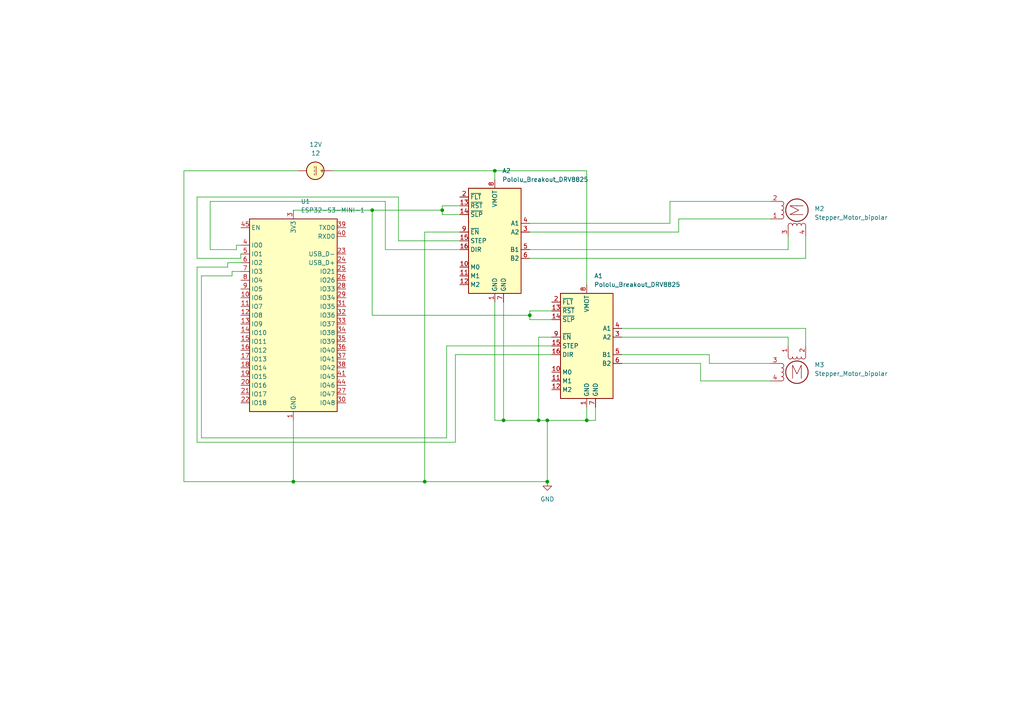
<source format=kicad_sch>
(kicad_sch (version 20250114) (generator "eeschema") (generator_version "9.0")
  (paper "A4")
  (lib_symbols
    (symbol "Driver_Motor:Pololu_Breakout_DRV8825"
      (property "Reference" "A" (at -2.54 16.51 0))
      (property "Value" "Pololu_Breakout_DRV8825" (at -2.54 13.97 0))
      (symbol "Pololu_Breakout_DRV8825_0_1"
        (rectangle (start 7.62 -17.78) (end -7.62 12.7) (stroke (width 0.254)) (fill (type background)))
      )
      (symbol "Pololu_Breakout_DRV8825_1_1"
        (pin output line (at -10.16 10.16 0) (length 2.54) (name "~{FLT}") (number "2"))
        (pin input line (at -10.16 7.62 0) (length 2.54) (name "~{RST}") (number "13"))
        (pin input line (at -10.16 5.08 0) (length 2.54) (name "~{SLP}") (number "14"))
        (pin input line (at -10.16 0 0) (length 2.54) (name "~{EN}") (number "9"))
        (pin input line (at -10.16 -2.54 0) (length 2.54) (name "STEP") (number "15"))
        (pin input line (at -10.16 -5.08 0) (length 2.54) (name "DIR") (number "16"))
        (pin input line (at -10.16 -10.16 0) (length 2.54) (name "M0") (number "10"))
        (pin input line (at -10.16 -12.7 0) (length 2.54) (name "M1") (number "11"))
        (pin input line (at -10.16 -15.24 0) (length 2.54) (name "M2") (number "12"))
        (pin power_in line (at 0 15.24 270) (length 2.54) (name "VMOT") (number "8"))
        (pin power_in line (at 0 -20.32 90) (length 2.54) (name "GND") (number "1"))
        (pin power_in line (at 2.54 -20.32 90) (length 2.54) (name "GND") (number "7"))
        (pin output line (at 10.16 2.54 180) (length 2.54) (name "A1") (number "4"))
        (pin output line (at 10.16 0 180) (length 2.54) (name "A2") (number "3"))
        (pin output line (at 10.16 -5.08 180) (length 2.54) (name "B1") (number "5"))
        (pin output line (at 10.16 -7.62 180) (length 2.54) (name "B2") (number "6"))
      )
    )
    (symbol "Motor:Stepper_Motor_bipolar" (pin_names (offset 0) (hide yes))
      (property "Reference" "M" (at 3.81 2.54 0))
      (property "Value" "Stepper_Motor_bipolar" (at 3.81 1.27 0))
      (symbol "Stepper_Motor_bipolar_0_0"
        (polyline (pts (xy -1.27 -1.778) (xy -1.27 2.032) (xy 0 -0.508) (xy 1.27 2.032) (xy 1.27 -1.778)))
      )
      (symbol "Stepper_Motor_bipolar_0_1"
        (polyline (pts (xy -5.08 2.54) (xy -4.445 2.54)))
        (polyline (pts (xy -5.08 -2.54) (xy -4.445 -2.54)))
        (arc (start -4.445 2.54) (mid -3.8127 1.905) (end -4.445 1.27))
        (arc (start -4.445 1.27) (mid -3.8127 0.635) (end -4.445 0))
        (arc (start -4.445 0) (mid -3.8127 -0.635) (end -4.445 -1.27))
        (arc (start -4.445 -1.27) (mid -3.8127 -1.905) (end -4.445 -2.54))
        (polyline (pts (xy -2.54 5.08) (xy -2.54 4.445)))
        (arc (start -1.27 4.445) (mid -1.905 3.8127) (end -2.54 4.445))
        (arc (start 0 4.445) (mid -0.635 3.8127) (end -1.27 4.445))
        (circle (center 0 0) (radius 3.2512) (stroke (width 0.254)))
        (arc (start 1.27 4.445) (mid 0.635 3.8127) (end 0 4.445))
        (arc (start 2.54 4.445) (mid 1.905 3.8127) (end 1.27 4.445))
        (polyline (pts (xy 2.54 5.08) (xy 2.54 4.445)))
      )
      (symbol "Stepper_Motor_bipolar_1_1"
        (pin passive line (at -7.62 2.54 0) (length 2.54) (name "~") (number "3"))
        (pin passive line (at -7.62 -2.54 0) (length 2.54) (name "~") (number "4"))
        (pin passive line (at -2.54 7.62 270) (length 2.54) (name "~") (number "1"))
        (pin passive line (at 2.54 7.62 270) (length 2.54) (name "-") (number "2"))
      )
    )
    (symbol "RF_Module:ESP32-S3-MINI-1"
      (property "Reference" "U" (at -11.43 29.21 0))
      (property "Value" "ESP32-S3-MINI-1" (at 12.7 29.21 0))
      (symbol "ESP32-S3-MINI-1_0_1"
        (rectangle (start -12.7 27.94) (end 12.7 -27.94) (stroke (width 0.254)) (fill (type background)))
      )
      (symbol "ESP32-S3-MINI-1_1_1"
        (pin input line (at -15.24 25.4 0) (length 2.54) (name "EN") (number "45"))
        (pin bidirectional line (at -15.24 20.32 0) (length 2.54) (name "IO0") (number "4"))
        (pin bidirectional line (at -15.24 17.78 0) (length 2.54) (name "IO1") (number "5"))
        (pin bidirectional line (at -15.24 15.24 0) (length 2.54) (name "IO2") (number "6"))
        (pin bidirectional line (at -15.24 12.7 0) (length 2.54) (name "IO3") (number "7"))
        (pin bidirectional line (at -15.24 10.16 0) (length 2.54) (name "IO4") (number "8"))
        (pin bidirectional line (at -15.24 7.62 0) (length 2.54) (name "IO5") (number "9"))
        (pin bidirectional line (at -15.24 5.08 0) (length 2.54) (name "IO6") (number "10"))
        (pin bidirectional line (at -15.24 2.54 0) (length 2.54) (name "IO7") (number "11"))
        (pin bidirectional line (at -15.24 0 0) (length 2.54) (name "IO8") (number "12"))
        (pin bidirectional line (at -15.24 -2.54 0) (length 2.54) (name "IO9") (number "13"))
        (pin bidirectional line (at -15.24 -5.08 0) (length 2.54) (name "IO10") (number "14"))
        (pin bidirectional line (at -15.24 -7.62 0) (length 2.54) (name "IO11") (number "15"))
        (pin bidirectional line (at -15.24 -10.16 0) (length 2.54) (name "IO12") (number "16"))
        (pin bidirectional line (at -15.24 -12.7 0) (length 2.54) (name "IO13") (number "17"))
        (pin bidirectional line (at -15.24 -15.24 0) (length 2.54) (name "IO14") (number "18"))
        (pin bidirectional line (at -15.24 -17.78 0) (length 2.54) (name "IO15") (number "19"))
        (pin bidirectional line (at -15.24 -20.32 0) (length 2.54) (name "IO16") (number "20"))
        (pin bidirectional line (at -15.24 -22.86 0) (length 2.54) (name "IO17") (number "21"))
        (pin bidirectional line (at -15.24 -25.4 0) (length 2.54) (name "IO18") (number "22"))
        (pin power_in line (at 0 30.48 270) (length 2.54) (name "3V3") (number "3"))
        (pin power_in line (at 0 -30.48 90) (length 2.54) (name "GND") (number "1"))
        (pin passive line (at 0 -30.48 90) (length 2.54) (hide yes) (name "GND") (number "2"))
        (pin passive line (at 0 -30.48 90) (length 2.54) (hide yes) (name "GND") (number "42"))
        (pin passive line (at 0 -30.48 90) (length 2.54) (hide yes) (name "GND") (number "43"))
        (pin passive line (at 0 -30.48 90) (length 2.54) (hide yes) (name "GND") (number "46"))
        (pin passive line (at 0 -30.48 90) (length 2.54) (hide yes) (name "GND") (number "47"))
        (pin passive line (at 0 -30.48 90) (length 2.54) (hide yes) (name "GND") (number "48"))
        (pin passive line (at 0 -30.48 90) (length 2.54) (hide yes) (name "GND") (number "49"))
        (pin passive line (at 0 -30.48 90) (length 2.54) (hide yes) (name "GND") (number "50"))
        (pin passive line (at 0 -30.48 90) (length 2.54) (hide yes) (name "GND") (number "51"))
        (pin passive line (at 0 -30.48 90) (length 2.54) (hide yes) (name "GND") (number "52"))
        (pin passive line (at 0 -30.48 90) (length 2.54) (hide yes) (name "GND") (number "53"))
        (pin passive line (at 0 -30.48 90) (length 2.54) (hide yes) (name "GND") (number "54"))
        (pin passive line (at 0 -30.48 90) (length 2.54) (hide yes) (name "GND") (number "55"))
        (pin passive line (at 0 -30.48 90) (length 2.54) (hide yes) (name "GND") (number "56"))
        (pin passive line (at 0 -30.48 90) (length 2.54) (hide yes) (name "GND") (number "57"))
        (pin passive line (at 0 -30.48 90) (length 2.54) (hide yes) (name "GND") (number "58"))
        (pin passive line (at 0 -30.48 90) (length 2.54) (hide yes) (name "GND") (number "59"))
        (pin passive line (at 0 -30.48 90) (length 2.54) (hide yes) (name "GND") (number "60"))
        (pin passive line (at 0 -30.48 90) (length 2.54) (hide yes) (name "GND") (number "61"))
        (pin passive line (at 0 -30.48 90) (length 2.54) (hide yes) (name "GND") (number "62"))
        (pin passive line (at 0 -30.48 90) (length 2.54) (hide yes) (name "GND") (number "63"))
        (pin passive line (at 0 -30.48 90) (length 2.54) (hide yes) (name "GND") (number "64"))
        (pin passive line (at 0 -30.48 90) (length 2.54) (hide yes) (name "GND") (number "65"))
        (pin bidirectional line (at 15.24 25.4 180) (length 2.54) (name "TXD0") (number "39"))
        (pin bidirectional line (at 15.24 22.86 180) (length 2.54) (name "RXD0") (number "40"))
        (pin bidirectional line (at 15.24 17.78 180) (length 2.54) (name "USB_D-") (number "23"))
        (pin bidirectional line (at 15.24 15.24 180) (length 2.54) (name "USB_D+") (number "24"))
        (pin bidirectional line (at 15.24 12.7 180) (length 2.54) (name "IO21") (number "25"))
        (pin bidirectional line (at 15.24 10.16 180) (length 2.54) (name "IO26") (number "26"))
        (pin bidirectional line (at 15.24 7.62 180) (length 2.54) (name "IO33") (number "28"))
        (pin bidirectional line (at 15.24 5.08 180) (length 2.54) (name "IO34") (number "29"))
        (pin bidirectional line (at 15.24 2.54 180) (length 2.54) (name "IO35") (number "31"))
        (pin bidirectional line (at 15.24 0 180) (length 2.54) (name "IO36") (number "32"))
        (pin bidirectional line (at 15.24 -2.54 180) (length 2.54) (name "IO37") (number "33"))
        (pin bidirectional line (at 15.24 -5.08 180) (length 2.54) (name "IO38") (number "34"))
        (pin bidirectional line (at 15.24 -7.62 180) (length 2.54) (name "IO39") (number "35"))
        (pin bidirectional line (at 15.24 -10.16 180) (length 2.54) (name "IO40") (number "36"))
        (pin bidirectional line (at 15.24 -12.7 180) (length 2.54) (name "IO41") (number "37"))
        (pin bidirectional line (at 15.24 -15.24 180) (length 2.54) (name "IO42") (number "38"))
        (pin bidirectional line (at 15.24 -17.78 180) (length 2.54) (name "IO45") (number "41"))
        (pin bidirectional line (at 15.24 -20.32 180) (length 2.54) (name "IO46") (number "44"))
        (pin bidirectional line (at 15.24 -22.86 180) (length 2.54) (name "IO47") (number "27"))
        (pin bidirectional line (at 15.24 -25.4 180) (length 2.54) (name "IO48") (number "30"))
      )
    )
    (symbol "Simulation_SPICE:VDC" (pin_numbers (hide yes)) (pin_names (offset 0.0254))
      (property "Reference" "V" (at 2.54 2.54 0))
      (property "Value" "1" (at 2.54 0 0))
      (symbol "VDC_0_0"
        (polyline (pts (xy -1.27 0.254) (xy 1.27 0.254)))
        (polyline (pts (xy -0.762 -0.254) (xy -1.27 -0.254)))
        (polyline (pts (xy 0.254 -0.254) (xy -0.254 -0.254)))
        (polyline (pts (xy 1.27 -0.254) (xy 0.762 -0.254)))
        (text "+" (at 0 1.905 0) (effects (font (size 1.27 1.27))))
      )
      (symbol "VDC_0_1"
        (circle (center 0 0) (radius 2.54) (stroke (width 0.254)) (fill (type background)))
      )
      (symbol "VDC_1_1"
        (pin passive line (at 0 5.08 270) (length 2.54) (name "~") (number "1"))
        (pin passive line (at 0 -5.08 90) (length 2.54) (name "~") (number "2"))
      )
    )
    (symbol "power:GND" (power) (pin_numbers (hide yes)) (pin_names (offset 0) (hide yes))
      (property "Value" "GND" (at 0 -3.81 0))
      (symbol "GND_0_1"
        (polyline (pts (xy 0 0) (xy 0 -1.27) (xy 1.27 -1.27) (xy 0 -2.54) (xy -1.27 -1.27) (xy 0 -1.27)))
      )
      (symbol "GND_1_1"
        (pin power_in line (at 0 0 270) (length 0) (name "~") (number "1"))
      )
    )
  )
  (junction (at 107.95 60.96))
  (junction (at 146.05 121.92))
  (junction (at 128.27 60.96))
  (junction (at 85.09 139.7))
  (junction (at 158.75 139.7))
  (junction (at 153.67 91.44))
  (junction (at 158.75 121.92))
  (junction (at 143.51 49.53))
  (junction (at 170.18 121.92))
  (junction (at 156.21 121.92))
  (junction (at 123.19 139.7))
  (wire (pts (xy 111.76 58.42) (xy 111.76 72.39)))
  (wire (pts (xy 60.96 58.42) (xy 60.96 72.39)))
  (wire (pts (xy 66.04 77.47) (xy 66.04 76.2)))
  (wire (pts (xy 233.68 74.93) (xy 233.68 68.58)))
  (wire (pts (xy 57.15 128.27) (xy 132.08 128.27)))
  (wire (pts (xy 68.58 71.12) (xy 69.85 71.12)))
  (wire (pts (xy 180.34 102.87) (xy 205.74 102.87)))
  (wire (pts (xy 96.52 49.53) (xy 143.51 49.53)))
  (wire (pts (xy 132.08 102.87) (xy 160.02 102.87)))
  (wire (pts (xy 153.67 67.31) (xy 196.85 67.31)))
  (wire (pts (xy 132.08 102.87) (xy 132.08 128.27)))
  (wire (pts (xy 143.51 87.63) (xy 143.51 121.92)))
  (wire (pts (xy 156.21 121.92) (xy 158.75 121.92)))
  (wire (pts (xy 67.31 78.74) (xy 69.85 78.74)))
  (wire (pts (xy 107.95 60.96) (xy 107.95 91.44)))
  (wire (pts (xy 85.09 139.7) (xy 123.19 139.7)))
  (wire (pts (xy 128.27 59.69) (xy 128.27 60.96)))
  (wire (pts (xy 153.67 91.44) (xy 153.67 92.71)))
  (wire (pts (xy 203.2 105.41) (xy 203.2 110.49)))
  (wire (pts (xy 128.27 62.23) (xy 133.35 62.23)))
  (wire (pts (xy 128.27 60.96) (xy 128.27 62.23)))
  (wire (pts (xy 228.6 72.39) (xy 153.67 72.39)))
  (wire (pts (xy 153.67 90.17) (xy 153.67 91.44)))
  (wire (pts (xy 58.42 127) (xy 129.54 127)))
  (wire (pts (xy 60.96 72.39) (xy 68.58 72.39)))
  (wire (pts (xy 85.09 121.92) (xy 85.09 139.7)))
  (wire (pts (xy 180.34 97.79) (xy 228.6 97.79)))
  (wire (pts (xy 86.36 49.53) (xy 53.34 49.53)))
  (wire (pts (xy 57.15 57.15) (xy 57.15 74.93)))
  (wire (pts (xy 129.54 100.33) (xy 160.02 100.33)))
  (wire (pts (xy 107.95 60.96) (xy 128.27 60.96)))
  (wire (pts (xy 143.51 49.53) (xy 170.18 49.53)))
  (wire (pts (xy 205.74 102.87) (xy 205.74 105.41)))
  (wire (pts (xy 67.31 80.01) (xy 67.31 78.74)))
  (wire (pts (xy 196.85 63.5) (xy 223.52 63.5)))
  (wire (pts (xy 196.85 67.31) (xy 196.85 63.5)))
  (wire (pts (xy 146.05 87.63) (xy 146.05 121.92)))
  (wire (pts (xy 133.35 59.69) (xy 128.27 59.69)))
  (wire (pts (xy 203.2 110.49) (xy 223.52 110.49)))
  (wire (pts (xy 228.6 68.58) (xy 228.6 72.39)))
  (wire (pts (xy 170.18 121.92) (xy 172.72 121.92)))
  (wire (pts (xy 107.95 91.44) (xy 153.67 91.44)))
  (wire (pts (xy 153.67 64.77) (xy 194.31 64.77)))
  (wire (pts (xy 57.15 77.47) (xy 57.15 128.27)))
  (wire (pts (xy 180.34 105.41) (xy 203.2 105.41)))
  (wire (pts (xy 53.34 139.7) (xy 85.09 139.7)))
  (wire (pts (xy 194.31 58.42) (xy 223.52 58.42)))
  (wire (pts (xy 57.15 74.93) (xy 69.85 74.93)))
  (wire (pts (xy 57.15 57.15) (xy 115.57 57.15)))
  (wire (pts (xy 68.58 72.39) (xy 68.58 71.12)))
  (wire (pts (xy 160.02 90.17) (xy 153.67 90.17)))
  (wire (pts (xy 228.6 97.79) (xy 228.6 100.33)))
  (wire (pts (xy 58.42 80.01) (xy 58.42 127)))
  (wire (pts (xy 129.54 100.33) (xy 129.54 127)))
  (wire (pts (xy 69.85 74.93) (xy 69.85 73.66)))
  (wire (pts (xy 115.57 57.15) (xy 115.57 69.85)))
  (wire (pts (xy 53.34 49.53) (xy 53.34 139.7)))
  (wire (pts (xy 153.67 92.71) (xy 160.02 92.71)))
  (wire (pts (xy 123.19 139.7) (xy 158.75 139.7)))
  (wire (pts (xy 170.18 118.11) (xy 170.18 121.92)))
  (wire (pts (xy 158.75 121.92) (xy 158.75 139.7)))
  (wire (pts (xy 57.15 77.47) (xy 66.04 77.47)))
  (wire (pts (xy 115.57 69.85) (xy 133.35 69.85)))
  (wire (pts (xy 158.75 121.92) (xy 170.18 121.92)))
  (wire (pts (xy 146.05 121.92) (xy 156.21 121.92)))
  (wire (pts (xy 170.18 49.53) (xy 170.18 82.55)))
  (wire (pts (xy 85.09 60.96) (xy 107.95 60.96)))
  (wire (pts (xy 66.04 76.2) (xy 69.85 76.2)))
  (wire (pts (xy 143.51 49.53) (xy 143.51 52.07)))
  (wire (pts (xy 123.19 67.31) (xy 123.19 139.7)))
  (wire (pts (xy 233.68 95.25) (xy 233.68 100.33)))
  (wire (pts (xy 180.34 95.25) (xy 233.68 95.25)))
  (wire (pts (xy 160.02 97.79) (xy 156.21 97.79)))
  (wire (pts (xy 172.72 118.11) (xy 172.72 121.92)))
  (wire (pts (xy 133.35 67.31) (xy 123.19 67.31)))
  (wire (pts (xy 58.42 80.01) (xy 67.31 80.01)))
  (wire (pts (xy 111.76 58.42) (xy 60.96 58.42)))
  (wire (pts (xy 111.76 72.39) (xy 133.35 72.39)))
  (wire (pts (xy 143.51 121.92) (xy 146.05 121.92)))
  (wire (pts (xy 205.74 105.41) (xy 223.52 105.41)))
  (wire (pts (xy 153.67 74.93) (xy 233.68 74.93)))
  (wire (pts (xy 194.31 64.77) (xy 194.31 58.42)))
  (wire (pts (xy 156.21 97.79) (xy 156.21 121.92)))
  (symbol (lib_id "Motor:Stepper_Motor_bipolar") (at 231.14 107.95 0) (unit 1)
    (property "Reference" "M3" (at 236.22 105.829 0) (effects (justify left)))
    (property "Value" "Stepper_Motor_bipolar" (at 236.22 108.369 0) (effects (justify left)))
    (property "Datasheet" "http://www.infineon.com/dgdl/Application-Note-TLE8110EE_driving_UniPolarStepperMotor_V1.1.pdf?fileId=db3a30431be39b97011be5d0aa0a00b0" (effects (hide yes)))
    (property "Description" "4-wire bipolar stepper motor" (effects (hide yes)))
  )
  (symbol (lib_id "RF_Module:ESP32-S3-MINI-1") (at 85.09 91.44 0) (unit 1)
    (property "Reference" "U1" (at 87.2333 58.42 0) (effects (justify left)))
    (property "Value" "ESP32-S3-MINI-1" (at 87.2333 60.96 0) (effects (justify left)))
    (property "Footprint" "RF_Module:ESP32-S2-MINI-1" (effects (hide yes)))
    (property "Datasheet" "https://www.espressif.com/sites/default/files/documentation/esp32-s3-mini-1_mini-1u_datasheet_en.pdf" (effects (hide yes)))
    (property "Description" "RF Module, ESP32-S3 SoC, Wi-Fi 802.11b/g/n, Bluetooth, BLE, 32-bit, 3.3V, SMD, onboard antenna" (effects (hide yes)))
  )
  (symbol (lib_id "Driver_Motor:Pololu_Breakout_DRV8825") (at 143.51 67.31 0) (unit 1)
    (property "Reference" "A2" (at 145.6533 49.53 0) (effects (justify left)))
    (property "Value" "Pololu_Breakout_DRV8825" (at 145.6533 52.07 0) (effects (justify left)))
    (property "Footprint" "Module:Pololu_Breakout-16_15.2x20.3mm" (effects (hide yes)))
    (property "Datasheet" "https://www.pololu.com/product/2982" (effects (hide yes)))
    (property "Description" "Pololu Breakout Board, Stepper Driver DRV8825" (effects (hide yes)))
  )
  (symbol (lib_id "Simulation_SPICE:VDC") (at 91.44 49.53 270) (unit 1)
    (property "Reference" "12V" (at 91.5698 41.91 90))
    (property "Value" "12" (at 91.5698 44.45 90))
    (property "Datasheet" "https://ngspice.sourceforge.io/docs/ngspice-html-manual/manual.xhtml#sec_Independent_Sources_for" (effects (hide yes)))
    (property "Description" "Voltage source, DC" (effects (hide yes)))
    (property "Sim.Pins" "1=+ 2=-" (effects (hide yes)))
    (property "Sim.Type" "DC" (effects (hide yes)))
    (property "Sim.Device" "V" (effects (hide yes)))
  )
  (symbol (lib_id "Driver_Motor:Pololu_Breakout_DRV8825") (at 170.18 97.79 0) (unit 1)
    (property "Reference" "A1" (at 172.3233 80.01 0) (effects (justify left)))
    (property "Value" "Pololu_Breakout_DRV8825" (at 172.3233 82.55 0) (effects (justify left)))
    (property "Footprint" "Module:Pololu_Breakout-16_15.2x20.3mm" (effects (hide yes)))
    (property "Datasheet" "https://www.pololu.com/product/2982" (effects (hide yes)))
    (property "Description" "Pololu Breakout Board, Stepper Driver DRV8825" (effects (hide yes)))
  )
  (symbol (lib_id "Motor:Stepper_Motor_bipolar") (at 231.14 60.96 90) (unit 1)
    (property "Reference" "M2" (at 236.22 60.5408 90) (effects (justify right)))
    (property "Value" "Stepper_Motor_bipolar" (at 236.22 63.0808 90) (effects (justify right)))
    (property "Datasheet" "http://www.infineon.com/dgdl/Application-Note-TLE8110EE_driving_UniPolarStepperMotor_V1.1.pdf?fileId=db3a30431be39b97011be5d0aa0a00b0" (effects (hide yes)))
    (property "Description" "4-wire bipolar stepper motor" (effects (hide yes)))
  )
  (symbol (lib_id "power:GND") (at 158.75 139.7 0) (unit 1)
    (property "Reference" "#PWR01" (effects (hide yes)))
    (property "Value" "GND" (at 158.75 144.78 0))
    (property "Description" "Power symbol creates a global label with name \"GND\" , ground" (effects (hide yes)))
  )
)
</source>
